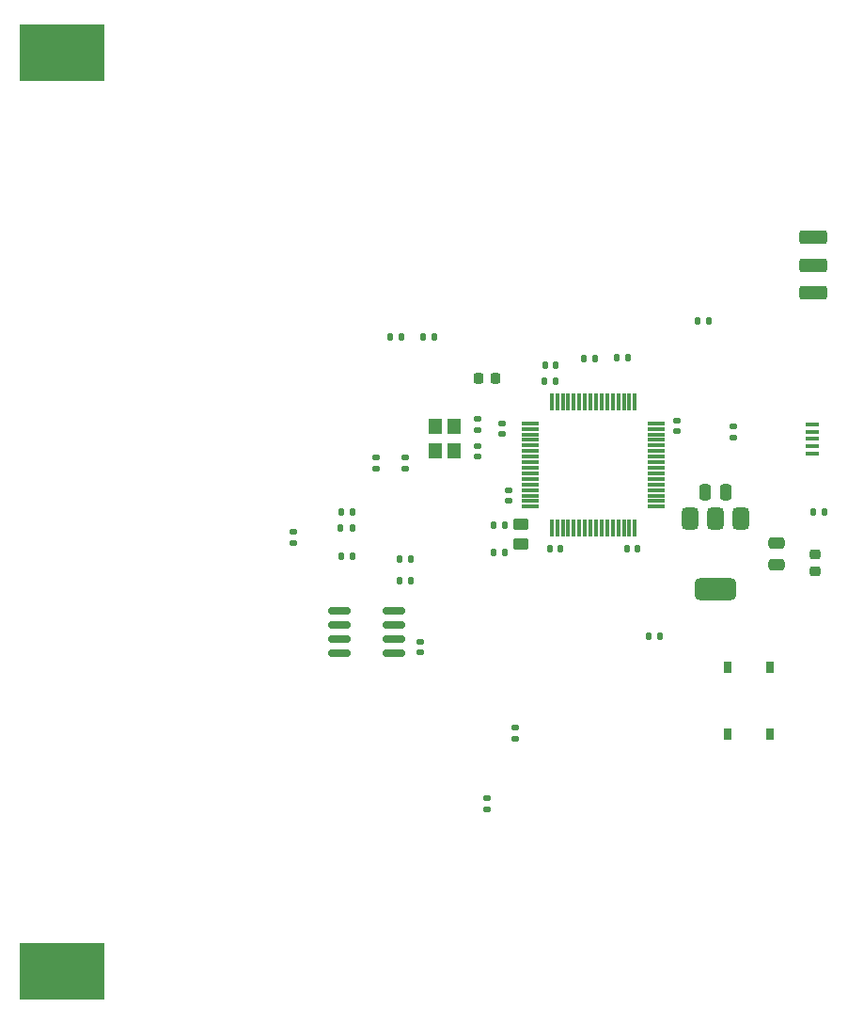
<source format=gbr>
%TF.GenerationSoftware,KiCad,Pcbnew,8.0.8*%
%TF.CreationDate,2025-03-16T20:58:14+11:00*%
%TF.ProjectId,STM32BMS,53544d33-3242-44d5-932e-6b696361645f,rev?*%
%TF.SameCoordinates,Original*%
%TF.FileFunction,Paste,Top*%
%TF.FilePolarity,Positive*%
%FSLAX46Y46*%
G04 Gerber Fmt 4.6, Leading zero omitted, Abs format (unit mm)*
G04 Created by KiCad (PCBNEW 8.0.8) date 2025-03-16 20:58:14*
%MOMM*%
%LPD*%
G01*
G04 APERTURE LIST*
G04 Aperture macros list*
%AMRoundRect*
0 Rectangle with rounded corners*
0 $1 Rounding radius*
0 $2 $3 $4 $5 $6 $7 $8 $9 X,Y pos of 4 corners*
0 Add a 4 corners polygon primitive as box body*
4,1,4,$2,$3,$4,$5,$6,$7,$8,$9,$2,$3,0*
0 Add four circle primitives for the rounded corners*
1,1,$1+$1,$2,$3*
1,1,$1+$1,$4,$5*
1,1,$1+$1,$6,$7*
1,1,$1+$1,$8,$9*
0 Add four rect primitives between the rounded corners*
20,1,$1+$1,$2,$3,$4,$5,0*
20,1,$1+$1,$4,$5,$6,$7,0*
20,1,$1+$1,$6,$7,$8,$9,0*
20,1,$1+$1,$8,$9,$2,$3,0*%
G04 Aperture macros list end*
%ADD10RoundRect,0.135000X-0.135000X-0.185000X0.135000X-0.185000X0.135000X0.185000X-0.135000X0.185000X0*%
%ADD11RoundRect,0.140000X0.140000X0.170000X-0.140000X0.170000X-0.140000X-0.170000X0.140000X-0.170000X0*%
%ADD12RoundRect,0.135000X0.185000X-0.135000X0.185000X0.135000X-0.185000X0.135000X-0.185000X-0.135000X0*%
%ADD13RoundRect,0.135000X-0.185000X0.135000X-0.185000X-0.135000X0.185000X-0.135000X0.185000X0.135000X0*%
%ADD14RoundRect,0.250000X0.475000X-0.250000X0.475000X0.250000X-0.475000X0.250000X-0.475000X-0.250000X0*%
%ADD15RoundRect,0.075000X-0.700000X-0.075000X0.700000X-0.075000X0.700000X0.075000X-0.700000X0.075000X0*%
%ADD16RoundRect,0.075000X-0.075000X-0.700000X0.075000X-0.700000X0.075000X0.700000X-0.075000X0.700000X0*%
%ADD17RoundRect,0.140000X-0.170000X0.140000X-0.170000X-0.140000X0.170000X-0.140000X0.170000X0.140000X0*%
%ADD18R,1.300000X0.450000*%
%ADD19RoundRect,0.250000X-0.250000X-0.475000X0.250000X-0.475000X0.250000X0.475000X-0.250000X0.475000X0*%
%ADD20RoundRect,0.140000X0.170000X-0.140000X0.170000X0.140000X-0.170000X0.140000X-0.170000X-0.140000X0*%
%ADD21RoundRect,0.150000X-0.825000X-0.150000X0.825000X-0.150000X0.825000X0.150000X-0.825000X0.150000X0*%
%ADD22RoundRect,0.250000X-0.450000X0.262500X-0.450000X-0.262500X0.450000X-0.262500X0.450000X0.262500X0*%
%ADD23RoundRect,0.140000X-0.140000X-0.170000X0.140000X-0.170000X0.140000X0.170000X-0.140000X0.170000X0*%
%ADD24RoundRect,0.135000X0.135000X0.185000X-0.135000X0.185000X-0.135000X-0.185000X0.135000X-0.185000X0*%
%ADD25RoundRect,0.218750X-0.256250X0.218750X-0.256250X-0.218750X0.256250X-0.218750X0.256250X0.218750X0*%
%ADD26R,7.620000X5.080000*%
%ADD27RoundRect,0.250000X1.000000X-0.375000X1.000000X0.375000X-1.000000X0.375000X-1.000000X-0.375000X0*%
%ADD28R,1.200000X1.400000*%
%ADD29RoundRect,0.225000X-0.225000X-0.250000X0.225000X-0.250000X0.225000X0.250000X-0.225000X0.250000X0*%
%ADD30RoundRect,0.375000X-0.375000X0.625000X-0.375000X-0.625000X0.375000X-0.625000X0.375000X0.625000X0*%
%ADD31RoundRect,0.500000X-1.400000X0.500000X-1.400000X-0.500000X1.400000X-0.500000X1.400000X0.500000X0*%
%ADD32R,0.750000X1.000000*%
G04 APERTURE END LIST*
D10*
%TO.C,R10*%
X113060000Y-111600000D03*
X114080000Y-111600000D03*
%TD*%
%TO.C,R15*%
X118380000Y-114410000D03*
X119400000Y-114410000D03*
%TD*%
D11*
%TO.C,C9*%
X127800000Y-113800000D03*
X126840000Y-113800000D03*
%TD*%
D12*
%TO.C,R9*%
X108800000Y-113020000D03*
X108800000Y-112000000D03*
%TD*%
D13*
%TO.C,R6*%
X126200000Y-135890000D03*
X126200000Y-136910000D03*
%TD*%
D14*
%TO.C,C14*%
X152300000Y-114907500D03*
X152300000Y-113007500D03*
%TD*%
D15*
%TO.C,U1*%
X130125000Y-102207500D03*
X130125000Y-102707500D03*
X130125000Y-103207500D03*
X130125000Y-103707500D03*
X130125000Y-104207500D03*
X130125000Y-104707500D03*
X130125000Y-105207500D03*
X130125000Y-105707500D03*
X130125000Y-106207500D03*
X130125000Y-106707500D03*
X130125000Y-107207500D03*
X130125000Y-107707500D03*
X130125000Y-108207500D03*
X130125000Y-108707500D03*
X130125000Y-109207500D03*
X130125000Y-109707500D03*
D16*
X132050000Y-111632500D03*
X132550000Y-111632500D03*
X133050000Y-111632500D03*
X133550000Y-111632500D03*
X134050000Y-111632500D03*
X134550000Y-111632500D03*
X135050000Y-111632500D03*
X135550000Y-111632500D03*
X136050000Y-111632500D03*
X136550000Y-111632500D03*
X137050000Y-111632500D03*
X137550000Y-111632500D03*
X138050000Y-111632500D03*
X138550000Y-111632500D03*
X139050000Y-111632500D03*
X139550000Y-111632500D03*
D15*
X141475000Y-109707500D03*
X141475000Y-109207500D03*
X141475000Y-108707500D03*
X141475000Y-108207500D03*
X141475000Y-107707500D03*
X141475000Y-107207500D03*
X141475000Y-106707500D03*
X141475000Y-106207500D03*
X141475000Y-105707500D03*
X141475000Y-105207500D03*
X141475000Y-104707500D03*
X141475000Y-104207500D03*
X141475000Y-103707500D03*
X141475000Y-103207500D03*
X141475000Y-102707500D03*
X141475000Y-102207500D03*
D16*
X139550000Y-100282500D03*
X139050000Y-100282500D03*
X138550000Y-100282500D03*
X138050000Y-100282500D03*
X137550000Y-100282500D03*
X137050000Y-100282500D03*
X136550000Y-100282500D03*
X136050000Y-100282500D03*
X135550000Y-100282500D03*
X135050000Y-100282500D03*
X134550000Y-100282500D03*
X134050000Y-100282500D03*
X133550000Y-100282500D03*
X133050000Y-100282500D03*
X132550000Y-100282500D03*
X132050000Y-100282500D03*
%TD*%
D10*
%TO.C,R11*%
X140780000Y-121400000D03*
X141800000Y-121400000D03*
%TD*%
D17*
%TO.C,C17*%
X118850000Y-105312500D03*
X118850000Y-106272500D03*
%TD*%
D18*
%TO.C,J1*%
X155545000Y-104905000D03*
X155545000Y-104255000D03*
X155545000Y-103605000D03*
X155545000Y-102955000D03*
X155545000Y-102305000D03*
%TD*%
D13*
%TO.C,R14*%
X116250000Y-105282500D03*
X116250000Y-106302500D03*
%TD*%
D19*
%TO.C,C13*%
X145850000Y-108400000D03*
X147750000Y-108400000D03*
%TD*%
D10*
%TO.C,R12*%
X120490000Y-94400000D03*
X121510000Y-94400000D03*
%TD*%
D20*
%TO.C,C7*%
X128200000Y-109200000D03*
X128200000Y-108240000D03*
%TD*%
%TO.C,C11*%
X125400000Y-102800000D03*
X125400000Y-101840000D03*
%TD*%
D21*
%TO.C,U3*%
X112925000Y-119095000D03*
X112925000Y-120365000D03*
X112925000Y-121635000D03*
X112925000Y-122905000D03*
X117875000Y-122905000D03*
X117875000Y-121635000D03*
X117875000Y-120365000D03*
X117875000Y-119095000D03*
%TD*%
D20*
%TO.C,C4*%
X127600000Y-103160000D03*
X127600000Y-102200000D03*
%TD*%
D11*
%TO.C,C15*%
X114080000Y-110200000D03*
X113120000Y-110200000D03*
%TD*%
D12*
%TO.C,R5*%
X128800000Y-130620000D03*
X128800000Y-129600000D03*
%TD*%
D22*
%TO.C,FB1*%
X129300000Y-111257500D03*
X129300000Y-113082500D03*
%TD*%
D20*
%TO.C,C16*%
X120200000Y-122800000D03*
X120200000Y-121840000D03*
%TD*%
D23*
%TO.C,C10*%
X131880000Y-113477500D03*
X132840000Y-113477500D03*
%TD*%
D24*
%TO.C,R7*%
X118510000Y-94400000D03*
X117490000Y-94400000D03*
%TD*%
D25*
%TO.C,D1*%
X155800000Y-113957500D03*
X155800000Y-115532500D03*
%TD*%
D10*
%TO.C,R4*%
X134980000Y-96400000D03*
X136000000Y-96400000D03*
%TD*%
D26*
%TO.C,BT1*%
X88000000Y-68886900D03*
X88000000Y-151513100D03*
%TD*%
D27*
%TO.C,SW1*%
X155650000Y-90500000D03*
X155650000Y-88000000D03*
X155650000Y-85500000D03*
%TD*%
D10*
%TO.C,R3*%
X137890000Y-96310000D03*
X138910000Y-96310000D03*
%TD*%
D28*
%TO.C,Y1*%
X121550000Y-102507500D03*
X121550000Y-104707500D03*
X123250000Y-104707500D03*
X123250000Y-102507500D03*
%TD*%
D23*
%TO.C,C1*%
X131420000Y-98457500D03*
X132380000Y-98457500D03*
%TD*%
D11*
%TO.C,C8*%
X127800000Y-111382500D03*
X126840000Y-111382500D03*
%TD*%
D10*
%TO.C,R16*%
X118380000Y-116400000D03*
X119400000Y-116400000D03*
%TD*%
D23*
%TO.C,C5*%
X131440000Y-96957500D03*
X132400000Y-96957500D03*
%TD*%
D13*
%TO.C,R13*%
X148400000Y-102490000D03*
X148400000Y-103510000D03*
%TD*%
D24*
%TO.C,R1*%
X146220000Y-93000000D03*
X145200000Y-93000000D03*
%TD*%
D29*
%TO.C,C6*%
X125450000Y-98157500D03*
X127000000Y-98157500D03*
%TD*%
D30*
%TO.C,U2*%
X149100000Y-110807500D03*
X146800000Y-110807500D03*
D31*
X146800000Y-117107500D03*
D30*
X144500000Y-110807500D03*
%TD*%
D10*
%TO.C,R2*%
X155580000Y-110200000D03*
X156600000Y-110200000D03*
%TD*%
%TO.C,R8*%
X113090000Y-114200000D03*
X114110000Y-114200000D03*
%TD*%
D32*
%TO.C,SW2*%
X147925000Y-130200000D03*
X147925000Y-124200000D03*
X151675000Y-130200000D03*
X151675000Y-124200000D03*
%TD*%
D17*
%TO.C,C2*%
X143300000Y-101957500D03*
X143300000Y-102917500D03*
%TD*%
D20*
%TO.C,C12*%
X125400000Y-105200000D03*
X125400000Y-104240000D03*
%TD*%
D11*
%TO.C,C3*%
X139800000Y-113457500D03*
X138840000Y-113457500D03*
%TD*%
M02*

</source>
